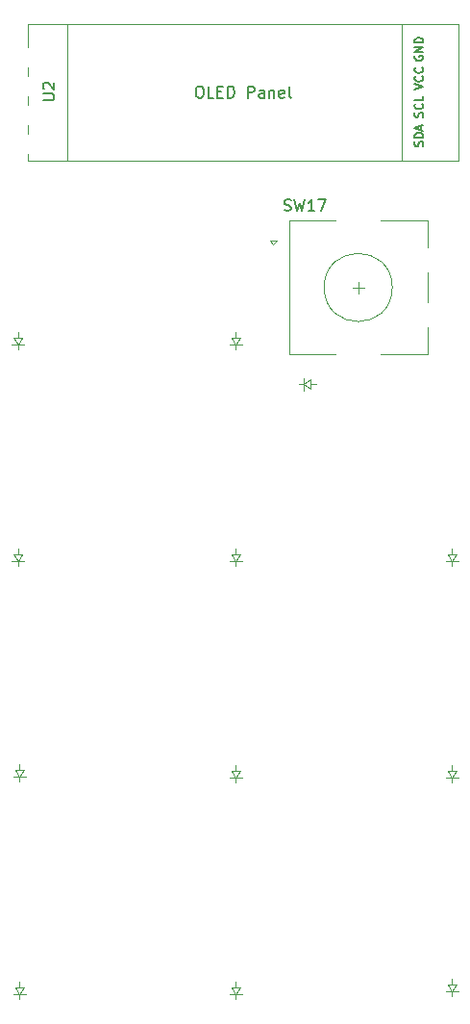
<source format=gbr>
%TF.GenerationSoftware,KiCad,Pcbnew,8.0.6*%
%TF.CreationDate,2024-10-21T23:06:16+01:00*%
%TF.ProjectId,vrishpad,76726973-6870-4616-942e-6b696361645f,rev?*%
%TF.SameCoordinates,Original*%
%TF.FileFunction,Legend,Top*%
%TF.FilePolarity,Positive*%
%FSLAX46Y46*%
G04 Gerber Fmt 4.6, Leading zero omitted, Abs format (unit mm)*
G04 Created by KiCad (PCBNEW 8.0.6) date 2024-10-21 23:06:16*
%MOMM*%
%LPD*%
G01*
G04 APERTURE LIST*
%ADD10C,0.150000*%
%ADD11C,0.100000*%
%ADD12C,0.040000*%
%ADD13C,0.120000*%
%ADD14C,1.701800*%
%ADD15C,3.987800*%
%ADD16R,1.600000X1.600000*%
%ADD17O,1.600000X1.600000*%
%ADD18R,1.700000X1.700000*%
%ADD19O,1.700000X1.700000*%
%ADD20C,2.000000*%
%ADD21R,3.200000X2.000000*%
%ADD22R,2.000000X2.000000*%
%ADD23O,3.700000X1.700000*%
%ADD24O,3.600000X1.700000*%
%ADD25R,3.500000X1.700000*%
G04 APERTURE END LIST*
D10*
X58199819Y-31151904D02*
X59009342Y-31151904D01*
X59009342Y-31151904D02*
X59104580Y-31104285D01*
X59104580Y-31104285D02*
X59152200Y-31056666D01*
X59152200Y-31056666D02*
X59199819Y-30961428D01*
X59199819Y-30961428D02*
X59199819Y-30770952D01*
X59199819Y-30770952D02*
X59152200Y-30675714D01*
X59152200Y-30675714D02*
X59104580Y-30628095D01*
X59104580Y-30628095D02*
X59009342Y-30580476D01*
X59009342Y-30580476D02*
X58199819Y-30580476D01*
X58295057Y-30151904D02*
X58247438Y-30104285D01*
X58247438Y-30104285D02*
X58199819Y-30009047D01*
X58199819Y-30009047D02*
X58199819Y-29770952D01*
X58199819Y-29770952D02*
X58247438Y-29675714D01*
X58247438Y-29675714D02*
X58295057Y-29628095D01*
X58295057Y-29628095D02*
X58390295Y-29580476D01*
X58390295Y-29580476D02*
X58485533Y-29580476D01*
X58485533Y-29580476D02*
X58628390Y-29628095D01*
X58628390Y-29628095D02*
X59199819Y-30199523D01*
X59199819Y-30199523D02*
X59199819Y-29580476D01*
X91648450Y-35200713D02*
X91684164Y-35093571D01*
X91684164Y-35093571D02*
X91684164Y-34914999D01*
X91684164Y-34914999D02*
X91648450Y-34843571D01*
X91648450Y-34843571D02*
X91612735Y-34807856D01*
X91612735Y-34807856D02*
X91541307Y-34772142D01*
X91541307Y-34772142D02*
X91469878Y-34772142D01*
X91469878Y-34772142D02*
X91398450Y-34807856D01*
X91398450Y-34807856D02*
X91362735Y-34843571D01*
X91362735Y-34843571D02*
X91327021Y-34914999D01*
X91327021Y-34914999D02*
X91291307Y-35057856D01*
X91291307Y-35057856D02*
X91255592Y-35129285D01*
X91255592Y-35129285D02*
X91219878Y-35164999D01*
X91219878Y-35164999D02*
X91148450Y-35200713D01*
X91148450Y-35200713D02*
X91077021Y-35200713D01*
X91077021Y-35200713D02*
X91005592Y-35164999D01*
X91005592Y-35164999D02*
X90969878Y-35129285D01*
X90969878Y-35129285D02*
X90934164Y-35057856D01*
X90934164Y-35057856D02*
X90934164Y-34879285D01*
X90934164Y-34879285D02*
X90969878Y-34772142D01*
X91684164Y-34450713D02*
X90934164Y-34450713D01*
X90934164Y-34450713D02*
X90934164Y-34272142D01*
X90934164Y-34272142D02*
X90969878Y-34164999D01*
X90969878Y-34164999D02*
X91041307Y-34093570D01*
X91041307Y-34093570D02*
X91112735Y-34057856D01*
X91112735Y-34057856D02*
X91255592Y-34022142D01*
X91255592Y-34022142D02*
X91362735Y-34022142D01*
X91362735Y-34022142D02*
X91505592Y-34057856D01*
X91505592Y-34057856D02*
X91577021Y-34093570D01*
X91577021Y-34093570D02*
X91648450Y-34164999D01*
X91648450Y-34164999D02*
X91684164Y-34272142D01*
X91684164Y-34272142D02*
X91684164Y-34450713D01*
X91469878Y-33736427D02*
X91469878Y-33379285D01*
X91684164Y-33807856D02*
X90934164Y-33557856D01*
X90934164Y-33557856D02*
X91684164Y-33307856D01*
X90969878Y-27241428D02*
X90934164Y-27312857D01*
X90934164Y-27312857D02*
X90934164Y-27419999D01*
X90934164Y-27419999D02*
X90969878Y-27527142D01*
X90969878Y-27527142D02*
X91041307Y-27598571D01*
X91041307Y-27598571D02*
X91112735Y-27634285D01*
X91112735Y-27634285D02*
X91255592Y-27669999D01*
X91255592Y-27669999D02*
X91362735Y-27669999D01*
X91362735Y-27669999D02*
X91505592Y-27634285D01*
X91505592Y-27634285D02*
X91577021Y-27598571D01*
X91577021Y-27598571D02*
X91648450Y-27527142D01*
X91648450Y-27527142D02*
X91684164Y-27419999D01*
X91684164Y-27419999D02*
X91684164Y-27348571D01*
X91684164Y-27348571D02*
X91648450Y-27241428D01*
X91648450Y-27241428D02*
X91612735Y-27205714D01*
X91612735Y-27205714D02*
X91362735Y-27205714D01*
X91362735Y-27205714D02*
X91362735Y-27348571D01*
X91684164Y-26884285D02*
X90934164Y-26884285D01*
X90934164Y-26884285D02*
X91684164Y-26455714D01*
X91684164Y-26455714D02*
X90934164Y-26455714D01*
X91684164Y-26098571D02*
X90934164Y-26098571D01*
X90934164Y-26098571D02*
X90934164Y-25920000D01*
X90934164Y-25920000D02*
X90969878Y-25812857D01*
X90969878Y-25812857D02*
X91041307Y-25741428D01*
X91041307Y-25741428D02*
X91112735Y-25705714D01*
X91112735Y-25705714D02*
X91255592Y-25670000D01*
X91255592Y-25670000D02*
X91362735Y-25670000D01*
X91362735Y-25670000D02*
X91505592Y-25705714D01*
X91505592Y-25705714D02*
X91577021Y-25741428D01*
X91577021Y-25741428D02*
X91648450Y-25812857D01*
X91648450Y-25812857D02*
X91684164Y-25920000D01*
X91684164Y-25920000D02*
X91684164Y-26098571D01*
X71916428Y-29934819D02*
X72106904Y-29934819D01*
X72106904Y-29934819D02*
X72202142Y-29982438D01*
X72202142Y-29982438D02*
X72297380Y-30077676D01*
X72297380Y-30077676D02*
X72344999Y-30268152D01*
X72344999Y-30268152D02*
X72344999Y-30601485D01*
X72344999Y-30601485D02*
X72297380Y-30791961D01*
X72297380Y-30791961D02*
X72202142Y-30887200D01*
X72202142Y-30887200D02*
X72106904Y-30934819D01*
X72106904Y-30934819D02*
X71916428Y-30934819D01*
X71916428Y-30934819D02*
X71821190Y-30887200D01*
X71821190Y-30887200D02*
X71725952Y-30791961D01*
X71725952Y-30791961D02*
X71678333Y-30601485D01*
X71678333Y-30601485D02*
X71678333Y-30268152D01*
X71678333Y-30268152D02*
X71725952Y-30077676D01*
X71725952Y-30077676D02*
X71821190Y-29982438D01*
X71821190Y-29982438D02*
X71916428Y-29934819D01*
X73249761Y-30934819D02*
X72773571Y-30934819D01*
X72773571Y-30934819D02*
X72773571Y-29934819D01*
X73583095Y-30411009D02*
X73916428Y-30411009D01*
X74059285Y-30934819D02*
X73583095Y-30934819D01*
X73583095Y-30934819D02*
X73583095Y-29934819D01*
X73583095Y-29934819D02*
X74059285Y-29934819D01*
X74487857Y-30934819D02*
X74487857Y-29934819D01*
X74487857Y-29934819D02*
X74725952Y-29934819D01*
X74725952Y-29934819D02*
X74868809Y-29982438D01*
X74868809Y-29982438D02*
X74964047Y-30077676D01*
X74964047Y-30077676D02*
X75011666Y-30172914D01*
X75011666Y-30172914D02*
X75059285Y-30363390D01*
X75059285Y-30363390D02*
X75059285Y-30506247D01*
X75059285Y-30506247D02*
X75011666Y-30696723D01*
X75011666Y-30696723D02*
X74964047Y-30791961D01*
X74964047Y-30791961D02*
X74868809Y-30887200D01*
X74868809Y-30887200D02*
X74725952Y-30934819D01*
X74725952Y-30934819D02*
X74487857Y-30934819D01*
X76249762Y-30934819D02*
X76249762Y-29934819D01*
X76249762Y-29934819D02*
X76630714Y-29934819D01*
X76630714Y-29934819D02*
X76725952Y-29982438D01*
X76725952Y-29982438D02*
X76773571Y-30030057D01*
X76773571Y-30030057D02*
X76821190Y-30125295D01*
X76821190Y-30125295D02*
X76821190Y-30268152D01*
X76821190Y-30268152D02*
X76773571Y-30363390D01*
X76773571Y-30363390D02*
X76725952Y-30411009D01*
X76725952Y-30411009D02*
X76630714Y-30458628D01*
X76630714Y-30458628D02*
X76249762Y-30458628D01*
X77678333Y-30934819D02*
X77678333Y-30411009D01*
X77678333Y-30411009D02*
X77630714Y-30315771D01*
X77630714Y-30315771D02*
X77535476Y-30268152D01*
X77535476Y-30268152D02*
X77345000Y-30268152D01*
X77345000Y-30268152D02*
X77249762Y-30315771D01*
X77678333Y-30887200D02*
X77583095Y-30934819D01*
X77583095Y-30934819D02*
X77345000Y-30934819D01*
X77345000Y-30934819D02*
X77249762Y-30887200D01*
X77249762Y-30887200D02*
X77202143Y-30791961D01*
X77202143Y-30791961D02*
X77202143Y-30696723D01*
X77202143Y-30696723D02*
X77249762Y-30601485D01*
X77249762Y-30601485D02*
X77345000Y-30553866D01*
X77345000Y-30553866D02*
X77583095Y-30553866D01*
X77583095Y-30553866D02*
X77678333Y-30506247D01*
X78154524Y-30268152D02*
X78154524Y-30934819D01*
X78154524Y-30363390D02*
X78202143Y-30315771D01*
X78202143Y-30315771D02*
X78297381Y-30268152D01*
X78297381Y-30268152D02*
X78440238Y-30268152D01*
X78440238Y-30268152D02*
X78535476Y-30315771D01*
X78535476Y-30315771D02*
X78583095Y-30411009D01*
X78583095Y-30411009D02*
X78583095Y-30934819D01*
X79440238Y-30887200D02*
X79345000Y-30934819D01*
X79345000Y-30934819D02*
X79154524Y-30934819D01*
X79154524Y-30934819D02*
X79059286Y-30887200D01*
X79059286Y-30887200D02*
X79011667Y-30791961D01*
X79011667Y-30791961D02*
X79011667Y-30411009D01*
X79011667Y-30411009D02*
X79059286Y-30315771D01*
X79059286Y-30315771D02*
X79154524Y-30268152D01*
X79154524Y-30268152D02*
X79345000Y-30268152D01*
X79345000Y-30268152D02*
X79440238Y-30315771D01*
X79440238Y-30315771D02*
X79487857Y-30411009D01*
X79487857Y-30411009D02*
X79487857Y-30506247D01*
X79487857Y-30506247D02*
X79011667Y-30601485D01*
X80059286Y-30934819D02*
X79964048Y-30887200D01*
X79964048Y-30887200D02*
X79916429Y-30791961D01*
X79916429Y-30791961D02*
X79916429Y-29934819D01*
X91648450Y-32642856D02*
X91684164Y-32535714D01*
X91684164Y-32535714D02*
X91684164Y-32357142D01*
X91684164Y-32357142D02*
X91648450Y-32285714D01*
X91648450Y-32285714D02*
X91612735Y-32249999D01*
X91612735Y-32249999D02*
X91541307Y-32214285D01*
X91541307Y-32214285D02*
X91469878Y-32214285D01*
X91469878Y-32214285D02*
X91398450Y-32249999D01*
X91398450Y-32249999D02*
X91362735Y-32285714D01*
X91362735Y-32285714D02*
X91327021Y-32357142D01*
X91327021Y-32357142D02*
X91291307Y-32499999D01*
X91291307Y-32499999D02*
X91255592Y-32571428D01*
X91255592Y-32571428D02*
X91219878Y-32607142D01*
X91219878Y-32607142D02*
X91148450Y-32642856D01*
X91148450Y-32642856D02*
X91077021Y-32642856D01*
X91077021Y-32642856D02*
X91005592Y-32607142D01*
X91005592Y-32607142D02*
X90969878Y-32571428D01*
X90969878Y-32571428D02*
X90934164Y-32499999D01*
X90934164Y-32499999D02*
X90934164Y-32321428D01*
X90934164Y-32321428D02*
X90969878Y-32214285D01*
X91612735Y-31464285D02*
X91648450Y-31499999D01*
X91648450Y-31499999D02*
X91684164Y-31607142D01*
X91684164Y-31607142D02*
X91684164Y-31678570D01*
X91684164Y-31678570D02*
X91648450Y-31785713D01*
X91648450Y-31785713D02*
X91577021Y-31857142D01*
X91577021Y-31857142D02*
X91505592Y-31892856D01*
X91505592Y-31892856D02*
X91362735Y-31928570D01*
X91362735Y-31928570D02*
X91255592Y-31928570D01*
X91255592Y-31928570D02*
X91112735Y-31892856D01*
X91112735Y-31892856D02*
X91041307Y-31857142D01*
X91041307Y-31857142D02*
X90969878Y-31785713D01*
X90969878Y-31785713D02*
X90934164Y-31678570D01*
X90934164Y-31678570D02*
X90934164Y-31607142D01*
X90934164Y-31607142D02*
X90969878Y-31499999D01*
X90969878Y-31499999D02*
X91005592Y-31464285D01*
X91684164Y-30785713D02*
X91684164Y-31142856D01*
X91684164Y-31142856D02*
X90934164Y-31142856D01*
X90934164Y-30209999D02*
X91684164Y-29959999D01*
X91684164Y-29959999D02*
X90934164Y-29709999D01*
X91612735Y-29031428D02*
X91648450Y-29067142D01*
X91648450Y-29067142D02*
X91684164Y-29174285D01*
X91684164Y-29174285D02*
X91684164Y-29245713D01*
X91684164Y-29245713D02*
X91648450Y-29352856D01*
X91648450Y-29352856D02*
X91577021Y-29424285D01*
X91577021Y-29424285D02*
X91505592Y-29459999D01*
X91505592Y-29459999D02*
X91362735Y-29495713D01*
X91362735Y-29495713D02*
X91255592Y-29495713D01*
X91255592Y-29495713D02*
X91112735Y-29459999D01*
X91112735Y-29459999D02*
X91041307Y-29424285D01*
X91041307Y-29424285D02*
X90969878Y-29352856D01*
X90969878Y-29352856D02*
X90934164Y-29245713D01*
X90934164Y-29245713D02*
X90934164Y-29174285D01*
X90934164Y-29174285D02*
X90969878Y-29067142D01*
X90969878Y-29067142D02*
X91005592Y-29031428D01*
X91612735Y-28281428D02*
X91648450Y-28317142D01*
X91648450Y-28317142D02*
X91684164Y-28424285D01*
X91684164Y-28424285D02*
X91684164Y-28495713D01*
X91684164Y-28495713D02*
X91648450Y-28602856D01*
X91648450Y-28602856D02*
X91577021Y-28674285D01*
X91577021Y-28674285D02*
X91505592Y-28709999D01*
X91505592Y-28709999D02*
X91362735Y-28745713D01*
X91362735Y-28745713D02*
X91255592Y-28745713D01*
X91255592Y-28745713D02*
X91112735Y-28709999D01*
X91112735Y-28709999D02*
X91041307Y-28674285D01*
X91041307Y-28674285D02*
X90969878Y-28602856D01*
X90969878Y-28602856D02*
X90934164Y-28495713D01*
X90934164Y-28495713D02*
X90934164Y-28424285D01*
X90934164Y-28424285D02*
X90969878Y-28317142D01*
X90969878Y-28317142D02*
X91005592Y-28281428D01*
X79465476Y-40832200D02*
X79608333Y-40879819D01*
X79608333Y-40879819D02*
X79846428Y-40879819D01*
X79846428Y-40879819D02*
X79941666Y-40832200D01*
X79941666Y-40832200D02*
X79989285Y-40784580D01*
X79989285Y-40784580D02*
X80036904Y-40689342D01*
X80036904Y-40689342D02*
X80036904Y-40594104D01*
X80036904Y-40594104D02*
X79989285Y-40498866D01*
X79989285Y-40498866D02*
X79941666Y-40451247D01*
X79941666Y-40451247D02*
X79846428Y-40403628D01*
X79846428Y-40403628D02*
X79655952Y-40356009D01*
X79655952Y-40356009D02*
X79560714Y-40308390D01*
X79560714Y-40308390D02*
X79513095Y-40260771D01*
X79513095Y-40260771D02*
X79465476Y-40165533D01*
X79465476Y-40165533D02*
X79465476Y-40070295D01*
X79465476Y-40070295D02*
X79513095Y-39975057D01*
X79513095Y-39975057D02*
X79560714Y-39927438D01*
X79560714Y-39927438D02*
X79655952Y-39879819D01*
X79655952Y-39879819D02*
X79894047Y-39879819D01*
X79894047Y-39879819D02*
X80036904Y-39927438D01*
X80370238Y-39879819D02*
X80608333Y-40879819D01*
X80608333Y-40879819D02*
X80798809Y-40165533D01*
X80798809Y-40165533D02*
X80989285Y-40879819D01*
X80989285Y-40879819D02*
X81227381Y-39879819D01*
X82132142Y-40879819D02*
X81560714Y-40879819D01*
X81846428Y-40879819D02*
X81846428Y-39879819D01*
X81846428Y-39879819D02*
X81751190Y-40022676D01*
X81751190Y-40022676D02*
X81655952Y-40117914D01*
X81655952Y-40117914D02*
X81560714Y-40165533D01*
X82465476Y-39879819D02*
X83132142Y-39879819D01*
X83132142Y-39879819D02*
X82703571Y-40879819D01*
D11*
%TO.C,D2*%
X55457000Y-71724000D02*
X56557000Y-71724000D01*
X55607000Y-71124000D02*
X56407000Y-71124000D01*
X56007000Y-71124000D02*
X56007000Y-70624000D01*
X56007000Y-71724000D02*
X55607000Y-71124000D01*
X56007000Y-72124000D02*
X56007000Y-71724000D01*
X56407000Y-71124000D02*
X56007000Y-71724000D01*
%TO.C,D10*%
X74634000Y-90774000D02*
X75734000Y-90774000D01*
X74784000Y-90174000D02*
X75584000Y-90174000D01*
X75184000Y-90174000D02*
X75184000Y-89674000D01*
X75184000Y-90774000D02*
X74784000Y-90174000D01*
X75184000Y-91174000D02*
X75184000Y-90774000D01*
X75584000Y-90174000D02*
X75184000Y-90774000D01*
%TO.C,D9*%
X55584000Y-90647000D02*
X56684000Y-90647000D01*
X55734000Y-90047000D02*
X56534000Y-90047000D01*
X56134000Y-90047000D02*
X56134000Y-89547000D01*
X56134000Y-90647000D02*
X55734000Y-90047000D01*
X56134000Y-91047000D02*
X56134000Y-90647000D01*
X56534000Y-90047000D02*
X56134000Y-90647000D01*
D12*
%TO.C,U2*%
X56845000Y-24480000D02*
X56845000Y-36480000D01*
X56845000Y-36480000D02*
X94845000Y-36480000D01*
X60345000Y-24480000D02*
X60345000Y-36480000D01*
X89845000Y-24480000D02*
X89845000Y-36480000D01*
X94845000Y-24480000D02*
X56845000Y-24480000D01*
X94845000Y-36480000D02*
X94845000Y-24480000D01*
D11*
%TO.C,D15*%
X93684000Y-109570000D02*
X94784000Y-109570000D01*
X93834000Y-108970000D02*
X94634000Y-108970000D01*
X94234000Y-108970000D02*
X94234000Y-108470000D01*
X94234000Y-109570000D02*
X93834000Y-108970000D01*
X94234000Y-109970000D02*
X94234000Y-109570000D01*
X94634000Y-108970000D02*
X94234000Y-109570000D01*
%TO.C,D1*%
X55457000Y-52674000D02*
X56557000Y-52674000D01*
X55607000Y-52074000D02*
X56407000Y-52074000D01*
X56007000Y-52074000D02*
X56007000Y-51574000D01*
X56007000Y-52674000D02*
X55607000Y-52074000D01*
X56007000Y-53074000D02*
X56007000Y-52674000D01*
X56407000Y-52074000D02*
X56007000Y-52674000D01*
%TO.C,D3*%
X74634000Y-52674000D02*
X75734000Y-52674000D01*
X74784000Y-52074000D02*
X75584000Y-52074000D01*
X75184000Y-52074000D02*
X75184000Y-51574000D01*
X75184000Y-52674000D02*
X74784000Y-52074000D01*
X75184000Y-53074000D02*
X75184000Y-52674000D01*
X75584000Y-52074000D02*
X75184000Y-52674000D01*
%TO.C,D4*%
X74634000Y-71724000D02*
X75734000Y-71724000D01*
X74784000Y-71124000D02*
X75584000Y-71124000D01*
X75184000Y-71124000D02*
X75184000Y-70624000D01*
X75184000Y-71724000D02*
X74784000Y-71124000D01*
X75184000Y-72124000D02*
X75184000Y-71724000D01*
X75584000Y-71124000D02*
X75184000Y-71724000D01*
%TO.C,D5*%
X80784000Y-56134000D02*
X81184000Y-56134000D01*
X81184000Y-55584000D02*
X81184000Y-56684000D01*
X81184000Y-56134000D02*
X81784000Y-55734000D01*
X81784000Y-55734000D02*
X81784000Y-56534000D01*
X81784000Y-56134000D02*
X82284000Y-56134000D01*
X81784000Y-56534000D02*
X81184000Y-56134000D01*
%TO.C,D13*%
X93684000Y-90774000D02*
X94784000Y-90774000D01*
X93834000Y-90174000D02*
X94634000Y-90174000D01*
X94234000Y-90174000D02*
X94234000Y-89674000D01*
X94234000Y-90774000D02*
X93834000Y-90174000D01*
X94234000Y-91174000D02*
X94234000Y-90774000D01*
X94634000Y-90174000D02*
X94234000Y-90774000D01*
%TO.C,D11*%
X55584000Y-109824000D02*
X56684000Y-109824000D01*
X55734000Y-109224000D02*
X56534000Y-109224000D01*
X56134000Y-109224000D02*
X56134000Y-108724000D01*
X56134000Y-109824000D02*
X55734000Y-109224000D01*
X56134000Y-110224000D02*
X56134000Y-109824000D01*
X56534000Y-109224000D02*
X56134000Y-109824000D01*
%TO.C,D7*%
X93684000Y-71724000D02*
X94784000Y-71724000D01*
X93834000Y-71124000D02*
X94634000Y-71124000D01*
X94234000Y-71124000D02*
X94234000Y-70624000D01*
X94234000Y-71724000D02*
X93834000Y-71124000D01*
X94234000Y-72124000D02*
X94234000Y-71724000D01*
X94634000Y-71124000D02*
X94234000Y-71724000D01*
%TO.C,D12*%
X74634000Y-109824000D02*
X75734000Y-109824000D01*
X74784000Y-109224000D02*
X75584000Y-109224000D01*
X75184000Y-109224000D02*
X75184000Y-108724000D01*
X75184000Y-109824000D02*
X74784000Y-109224000D01*
X75184000Y-110224000D02*
X75184000Y-109824000D01*
X75584000Y-109224000D02*
X75184000Y-109824000D01*
D13*
%TO.C,SW17*%
X88975000Y-47625000D02*
G75*
G02*
X82975000Y-47625000I-3000000J0D01*
G01*
X82975000Y-47625000D02*
G75*
G02*
X88975000Y-47625000I3000000J0D01*
G01*
X92075000Y-53525000D02*
X87975000Y-53525000D01*
X92075000Y-51125000D02*
X92075000Y-53525000D01*
X92075000Y-46325000D02*
X92075000Y-48925000D01*
X92075000Y-41725000D02*
X92075000Y-44125000D01*
X87975000Y-41725000D02*
X92075000Y-41725000D01*
X85975000Y-47125000D02*
X85975000Y-48125000D01*
X85475000Y-47625000D02*
X86475000Y-47625000D01*
X83975000Y-53525000D02*
X79875000Y-53525000D01*
X83975000Y-41725000D02*
X79875000Y-41725000D01*
X79875000Y-41725000D02*
X79875000Y-53525000D01*
X78775000Y-43525000D02*
X78475000Y-43825000D01*
X78475000Y-43825000D02*
X78175000Y-43525000D01*
X78175000Y-43525000D02*
X78775000Y-43525000D01*
%TD*%
%LPC*%
D14*
%TO.C,SW7*%
X80645000Y-66675000D03*
D15*
X85725000Y-66675000D03*
D14*
X90805000Y-66675000D03*
%TD*%
D16*
%TO.C,D2*%
X56007000Y-75184000D03*
D17*
X56007000Y-67564000D03*
%TD*%
D16*
%TO.C,D10*%
X75184000Y-94234000D03*
D17*
X75184000Y-86614000D03*
%TD*%
D16*
%TO.C,D9*%
X56134000Y-94107000D03*
D17*
X56134000Y-86487000D03*
%TD*%
D14*
%TO.C,SW12*%
X61595000Y-104775000D03*
D15*
X66675000Y-104775000D03*
D14*
X71755000Y-104775000D03*
%TD*%
%TO.C,SW3*%
X42545000Y-47625000D03*
D15*
X47625000Y-47625000D03*
D14*
X52705000Y-47625000D03*
%TD*%
D18*
%TO.C,U2*%
X93345000Y-26670000D03*
D19*
X93345000Y-29210000D03*
X93345000Y-31750000D03*
X93345000Y-34290000D03*
%TD*%
D14*
%TO.C,SW9*%
X42545000Y-85725000D03*
D15*
X47625000Y-85725000D03*
D14*
X52705000Y-85725000D03*
%TD*%
D16*
%TO.C,D15*%
X94234000Y-113030000D03*
D17*
X94234000Y-105410000D03*
%TD*%
D14*
%TO.C,SW5*%
X61595000Y-47625000D03*
D15*
X66675000Y-47625000D03*
D14*
X71755000Y-47625000D03*
%TD*%
%TO.C,SW6*%
X61595000Y-66675000D03*
D15*
X66675000Y-66675000D03*
D14*
X71755000Y-66675000D03*
%TD*%
D16*
%TO.C,D1*%
X56007000Y-56134000D03*
D17*
X56007000Y-48514000D03*
%TD*%
D14*
%TO.C,SW4*%
X42545000Y-66675000D03*
D15*
X47625000Y-66675000D03*
D14*
X52705000Y-66675000D03*
%TD*%
D16*
%TO.C,D3*%
X75184000Y-56134000D03*
D17*
X75184000Y-48514000D03*
%TD*%
D16*
%TO.C,D4*%
X75184000Y-75184000D03*
D17*
X75184000Y-67564000D03*
%TD*%
D14*
%TO.C,SW11*%
X42545000Y-104775000D03*
D15*
X47625000Y-104775000D03*
D14*
X52705000Y-104775000D03*
%TD*%
D16*
%TO.C,D5*%
X77724000Y-56134000D03*
D17*
X85344000Y-56134000D03*
%TD*%
D16*
%TO.C,D13*%
X94234000Y-94234000D03*
D17*
X94234000Y-86614000D03*
%TD*%
D16*
%TO.C,D11*%
X56134000Y-113284000D03*
D17*
X56134000Y-105664000D03*
%TD*%
D16*
%TO.C,D7*%
X94234000Y-75184000D03*
D17*
X94234000Y-67564000D03*
%TD*%
D16*
%TO.C,D12*%
X75184000Y-113284000D03*
D17*
X75184000Y-105664000D03*
%TD*%
D14*
%TO.C,SW15*%
X80645000Y-104775000D03*
D15*
X85725000Y-104775000D03*
D14*
X90805000Y-104775000D03*
%TD*%
%TO.C,SW13*%
X80645000Y-85725000D03*
D15*
X85725000Y-85725000D03*
D14*
X90805000Y-85725000D03*
%TD*%
%TO.C,SW10*%
X61595000Y-85725000D03*
D15*
X66675000Y-85725000D03*
D14*
X71755000Y-85725000D03*
%TD*%
D20*
%TO.C,SW17*%
X92975000Y-45125000D03*
X92975000Y-50125000D03*
D21*
X85975000Y-53225000D03*
X85975000Y-42025000D03*
D20*
X78475000Y-47625000D03*
X78475000Y-50125000D03*
D22*
X78475000Y-45125000D03*
%TD*%
D23*
%TO.C,U1*%
X38991500Y-27432000D03*
X38991500Y-29972000D03*
X38991500Y-32512000D03*
X38991500Y-35052000D03*
D24*
X38991500Y-37592000D03*
X38991500Y-40132000D03*
X38991500Y-42672000D03*
X56241500Y-42672000D03*
X56241500Y-40132000D03*
X56241500Y-37592000D03*
X56241500Y-35052000D03*
X56241500Y-32512000D03*
X56241500Y-29972000D03*
D25*
X56241500Y-27432000D03*
%TD*%
%LPD*%
M02*

</source>
